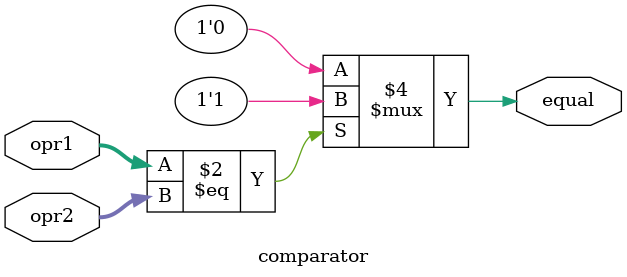
<source format=v>
`timescale 1ns / 1ps

module comparator #(parameter data=4)(opr1,opr2,equal);
input [data-1:0] opr1,opr2;
output reg equal;

always@(*) begin
    if(opr1==opr2)
        equal = 1'b1;
    else
        equal = 1'b0;
end

endmodule
</source>
